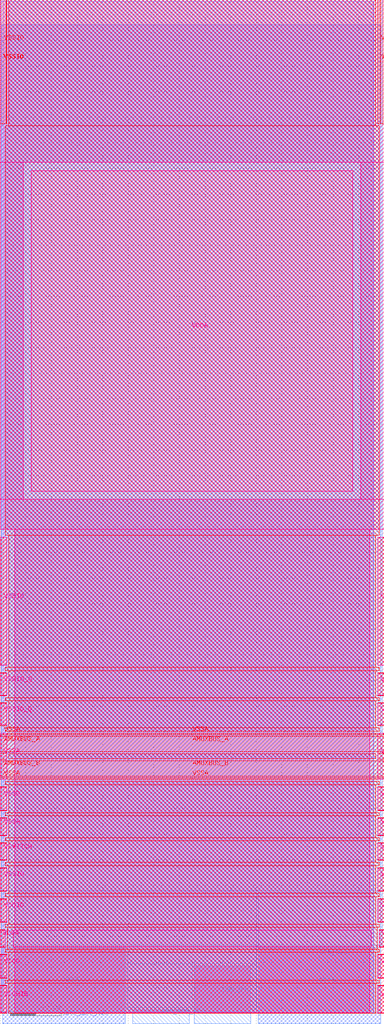
<source format=lef>
VERSION 5.7 ;
  NOWIREEXTENSIONATPIN ON ;
  DIVIDERCHAR "/" ;
  BUSBITCHARS "[]" ;
MACRO sky130_ef_io__vdda_hvc_pad
  CLASS PAD POWER ;
  FOREIGN sky130_ef_io__vdda_hvc_pad ;
  ORIGIN 0.000 0.000 ;
  SIZE 75.000 BY 197.965 ;
  PIN AMUXBUS_A
    DIRECTION INOUT ;
    USE SIGNAL ;
    PORT
      LAYER met4 ;
        RECT 0.000 51.090 75.000 54.070 ;
    END
    PORT
      LAYER met4 ;
        RECT 0.000 51.090 1.270 54.070 ;
    END
  END AMUXBUS_A
  PIN AMUXBUS_B
    DIRECTION INOUT ;
    USE SIGNAL ;
    PORT
      LAYER met4 ;
        RECT 0.000 46.330 75.000 49.310 ;
    END
    PORT
      LAYER met4 ;
        RECT 0.000 46.330 1.270 49.310 ;
    END
  END AMUXBUS_B
  PIN DRN_HVC
    DIRECTION INOUT ;
    USE POWER ;
    PORT
      LAYER met2 ;
        RECT 50.390 -2.035 74.290 23.625 ;
    END
    PORT
      LAYER met3 ;
        RECT 37.890 -2.035 48.890 9.295 ;
    END
  END DRN_HVC
  PIN SRC_BDY_HVC
    DIRECTION INOUT ;
    USE GROUND ;
    PORT
      LAYER met2 ;
        RECT 0.495 -2.035 24.395 0.020 ;
    END
    PORT
      LAYER met3 ;
        RECT 25.895 -2.035 36.895 0.690 ;
    END
  END SRC_BDY_HVC
  PIN VSSA
    DIRECTION INOUT ;
    USE GROUND ;
    PORT
      LAYER met5 ;
        RECT 73.730 45.700 75.000 54.700 ;
    END
    PORT
      LAYER met5 ;
        RECT 73.730 34.805 75.000 38.050 ;
    END
    PORT
      LAYER met5 ;
        RECT 0.000 45.700 1.270 54.700 ;
    END
    PORT
      LAYER met5 ;
        RECT 0.000 34.805 1.270 38.050 ;
    END
    PORT
      LAYER met4 ;
        RECT 73.730 49.610 75.000 50.790 ;
    END
    PORT
      LAYER met4 ;
        RECT 0.000 54.370 75.000 54.700 ;
    END
    PORT
      LAYER met4 ;
        RECT 0.000 45.700 75.000 46.030 ;
    END
    PORT
      LAYER met4 ;
        RECT 73.730 34.700 75.000 38.150 ;
    END
    PORT
      LAYER met4 ;
        RECT 0.000 45.700 1.270 46.030 ;
    END
    PORT
      LAYER met4 ;
        RECT 0.000 49.610 1.270 50.790 ;
    END
    PORT
      LAYER met4 ;
        RECT 0.000 54.370 1.270 54.700 ;
    END
    PORT
      LAYER met4 ;
        RECT 0.000 34.700 1.270 38.150 ;
    END
  END VSSA
  PIN VDDA
    DIRECTION INOUT ;
    USE POWER ;
    PORT
      LAYER met5 ;
        RECT 6.100 101.975 68.800 164.590 ;
    END
    PORT
      LAYER met3 ;
        RECT 50.390 -2.035 74.290 12.925 ;
    END
    PORT
      LAYER met3 ;
        RECT 0.495 -2.035 24.395 12.925 ;
    END
    PORT
      LAYER met5 ;
        RECT 74.035 13.000 75.000 16.250 ;
    END
    PORT
      LAYER met5 ;
        RECT 0.000 13.000 0.965 16.250 ;
    END
    PORT
      LAYER met4 ;
        RECT 74.035 12.900 75.000 16.350 ;
    END
    PORT
      LAYER met4 ;
        RECT 0.000 12.900 0.965 16.350 ;
    END
  END VDDA
  PIN VSWITCH
    DIRECTION INOUT ;
    USE POWER ;
    PORT
      LAYER met5 ;
        RECT 73.730 29.950 75.000 33.200 ;
    END
    PORT
      LAYER met5 ;
        RECT 0.000 29.950 1.270 33.200 ;
    END
    PORT
      LAYER met4 ;
        RECT 73.730 29.850 75.000 33.300 ;
    END
    PORT
      LAYER met4 ;
        RECT 0.000 29.850 1.270 33.300 ;
    END
  END VSWITCH
  PIN VDDIO_Q
    DIRECTION INOUT ;
    USE POWER ;
    PORT
      LAYER met5 ;
        RECT 73.730 62.150 75.000 66.400 ;
    END
    PORT
      LAYER met5 ;
        RECT 0.000 62.150 1.270 66.400 ;
    END
    PORT
      LAYER met4 ;
        RECT 73.730 62.050 75.000 66.500 ;
    END
    PORT
      LAYER met4 ;
        RECT 0.000 62.050 1.270 66.500 ;
    END
  END VDDIO_Q
  PIN VCCHIB
    DIRECTION INOUT ;
    USE POWER ;
    PORT
      LAYER met5 ;
        RECT 73.730 0.100 75.000 5.350 ;
    END
    PORT
      LAYER met5 ;
        RECT 0.000 0.100 1.270 5.350 ;
    END
    PORT
      LAYER met4 ;
        RECT 73.730 0.000 75.000 5.450 ;
    END
    PORT
      LAYER met4 ;
        RECT 0.000 0.000 1.270 5.450 ;
    END
  END VCCHIB
  PIN VDDIO
    DIRECTION INOUT ;
    USE POWER ;
    PORT
      LAYER met5 ;
        RECT 73.730 68.000 75.000 92.950 ;
    END
    PORT
      LAYER met5 ;
        RECT 73.730 17.850 75.000 22.300 ;
    END
    PORT
      LAYER met5 ;
        RECT 0.000 68.000 1.270 92.950 ;
    END
    PORT
      LAYER met5 ;
        RECT 0.000 17.850 1.270 22.300 ;
    END
    PORT
      LAYER met4 ;
        RECT 73.730 17.750 75.000 22.400 ;
    END
    PORT
      LAYER met4 ;
        RECT 73.730 68.000 75.000 92.965 ;
    END
    PORT
      LAYER met4 ;
        RECT 0.000 17.750 1.270 22.400 ;
    END
    PORT
      LAYER met4 ;
        RECT 0.000 68.000 1.270 92.965 ;
    END
  END VDDIO
  PIN VCCD
    DIRECTION INOUT ;
    USE POWER ;
    PORT
      LAYER met5 ;
        RECT 73.730 6.950 75.000 11.400 ;
    END
    PORT
      LAYER met5 ;
        RECT 0.000 6.950 1.270 11.400 ;
    END
    PORT
      LAYER met4 ;
        RECT 73.730 6.850 75.000 11.500 ;
    END
    PORT
      LAYER met4 ;
        RECT 0.000 6.850 1.270 11.500 ;
    END
  END VCCD
  PIN VSSIO
    DIRECTION INOUT ;
    USE GROUND ;
    PORT
      LAYER met4 ;
        RECT 74.225 173.750 75.000 197.965 ;
    END
    PORT
      LAYER met4 ;
        RECT 0.000 173.750 1.205 197.965 ;
    END
    PORT
      LAYER met4 ;
        RECT 0.630 189.565 0.640 189.575 ;
    END
    PORT
      LAYER met4 ;
        RECT 74.360 189.565 74.370 189.575 ;
    END
    PORT
      LAYER met5 ;
        RECT 73.730 23.900 75.000 28.350 ;
    END
    PORT
      LAYER met5 ;
        RECT 0.000 23.900 1.270 28.350 ;
    END
    PORT
      LAYER met4 ;
        RECT 73.730 23.800 75.000 28.450 ;
    END
    PORT
      LAYER met4 ;
        RECT 73.730 173.750 75.000 197.965 ;
    END
    PORT
      LAYER met4 ;
        RECT 0.000 173.750 1.270 197.965 ;
    END
    PORT
      LAYER met4 ;
        RECT 0.000 23.800 1.270 28.450 ;
    END
  END VSSIO
  PIN VSSD
    DIRECTION INOUT ;
    USE GROUND ;
    PORT
      LAYER met5 ;
        RECT 73.730 39.650 75.000 44.100 ;
    END
    PORT
      LAYER met5 ;
        RECT 0.000 39.650 1.270 44.100 ;
    END
    PORT
      LAYER met4 ;
        RECT 73.730 39.550 75.000 44.200 ;
    END
    PORT
      LAYER met4 ;
        RECT 0.000 39.550 1.270 44.200 ;
    END
  END VSSD
  PIN VSSIO_Q
    DIRECTION INOUT ;
    USE GROUND ;
    PORT
      LAYER met5 ;
        RECT 73.730 56.300 75.000 60.550 ;
    END
    PORT
      LAYER met5 ;
        RECT 0.000 56.300 1.270 60.550 ;
    END
    PORT
      LAYER met4 ;
        RECT 73.730 56.200 75.000 60.650 ;
    END
    PORT
      LAYER met4 ;
        RECT 0.000 56.200 1.270 60.650 ;
    END
  END VSSIO_Q
  OBS
      LAYER li1 ;
        RECT 0.610 0.000 72.855 197.660 ;
      LAYER met1 ;
        RECT 0.185 0.000 72.915 197.690 ;
      LAYER met2 ;
        RECT 0.265 23.905 74.290 193.040 ;
        RECT 0.265 0.300 50.110 23.905 ;
        RECT 24.675 0.000 50.110 0.300 ;
      LAYER met3 ;
        RECT 0.240 13.325 74.655 197.965 ;
        RECT 24.795 9.695 49.990 13.325 ;
        RECT 24.795 1.090 37.490 9.695 ;
        RECT 24.795 0.690 25.495 1.090 ;
        RECT 37.295 0.690 37.490 1.090 ;
        RECT 49.290 0.690 49.990 9.695 ;
      LAYER met4 ;
        RECT 1.670 173.350 73.330 197.965 ;
        RECT 0.965 93.365 74.035 173.350 ;
        RECT 1.670 67.600 73.330 93.365 ;
        RECT 0.965 66.900 74.035 67.600 ;
        RECT 1.670 61.650 73.330 66.900 ;
        RECT 0.965 61.050 74.035 61.650 ;
        RECT 1.670 55.800 73.330 61.050 ;
        RECT 0.965 55.100 74.035 55.800 ;
        RECT 1.670 49.710 73.330 50.690 ;
        RECT 0.965 44.600 74.035 45.300 ;
        RECT 1.670 39.150 73.330 44.600 ;
        RECT 0.965 38.550 74.035 39.150 ;
        RECT 1.670 34.300 73.330 38.550 ;
        RECT 0.965 33.700 74.035 34.300 ;
        RECT 1.670 29.450 73.330 33.700 ;
        RECT 0.965 28.850 74.035 29.450 ;
        RECT 1.670 23.400 73.330 28.850 ;
        RECT 0.965 22.800 74.035 23.400 ;
        RECT 1.670 17.350 73.330 22.800 ;
        RECT 0.965 16.750 74.035 17.350 ;
        RECT 1.365 12.500 73.635 16.750 ;
        RECT 0.965 11.900 74.035 12.500 ;
        RECT 1.670 6.450 73.330 11.900 ;
        RECT 0.965 5.850 74.035 6.450 ;
        RECT 1.670 0.000 73.330 5.850 ;
      LAYER met5 ;
        RECT 0.000 166.190 75.000 197.965 ;
        RECT 0.000 100.375 4.500 166.190 ;
        RECT 70.400 100.375 75.000 166.190 ;
        RECT 0.000 94.550 75.000 100.375 ;
        RECT 2.870 16.250 72.130 94.550 ;
        RECT 2.565 13.000 72.435 16.250 ;
        RECT 2.870 0.100 72.130 13.000 ;
  END
END sky130_ef_io__vdda_hvc_pad
END LIBRARY


</source>
